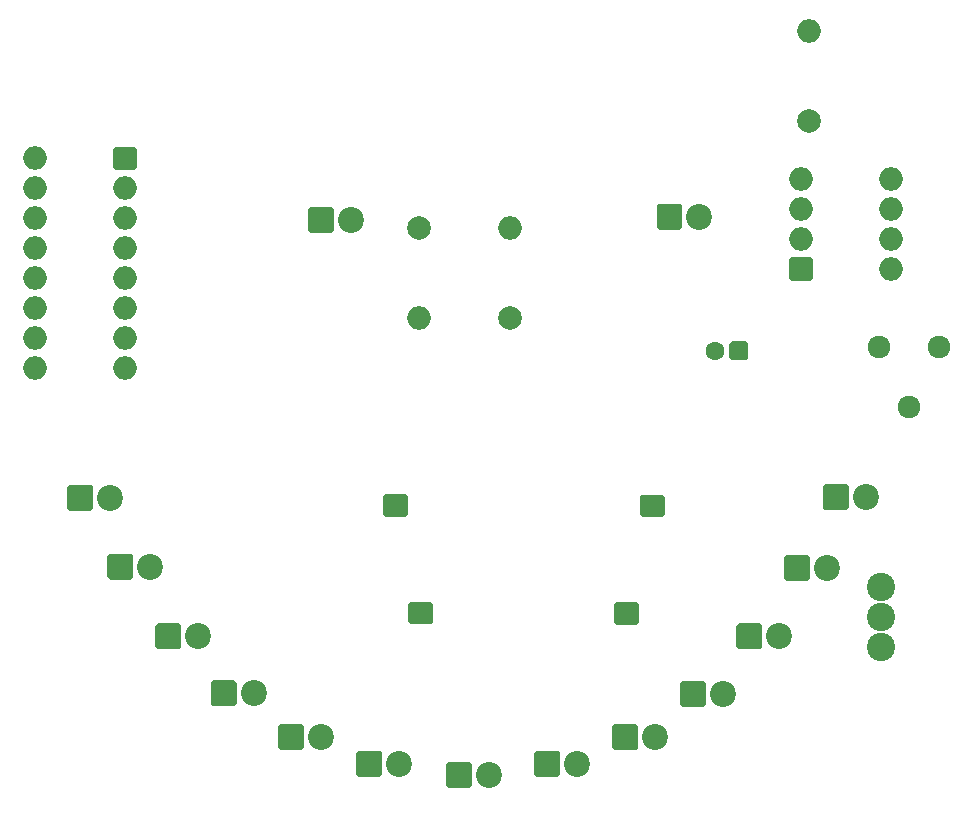
<source format=gbr>
%TF.GenerationSoftware,KiCad,Pcbnew,(5.1.9)-1*%
%TF.CreationDate,2021-05-28T20:42:47+02:00*%
%TF.ProjectId,Smiley2,536d696c-6579-4322-9e6b-696361645f70,rev?*%
%TF.SameCoordinates,Original*%
%TF.FileFunction,Soldermask,Top*%
%TF.FilePolarity,Negative*%
%FSLAX46Y46*%
G04 Gerber Fmt 4.6, Leading zero omitted, Abs format (unit mm)*
G04 Created by KiCad (PCBNEW (5.1.9)-1) date 2021-05-28 20:42:47*
%MOMM*%
%LPD*%
G01*
G04 APERTURE LIST*
%ADD10C,1.924000*%
%ADD11C,1.600000*%
%ADD12C,2.200000*%
%ADD13O,2.000000X2.000000*%
%ADD14C,2.000000*%
%ADD15C,2.400000*%
G04 APERTURE END LIST*
%TO.C,BAT-HLD-002*%
G36*
G01*
X154661400Y-107657700D02*
X154661400Y-109181700D01*
G75*
G02*
X154461400Y-109381700I-200000J0D01*
G01*
X152761400Y-109381700D01*
G75*
G02*
X152561400Y-109181700I0J200000D01*
G01*
X152561400Y-107657700D01*
G75*
G02*
X152761400Y-107457700I200000J0D01*
G01*
X154461400Y-107457700D01*
G75*
G02*
X154661400Y-107657700I0J-200000D01*
G01*
G37*
G36*
G01*
X172101400Y-107697700D02*
X172101400Y-109221700D01*
G75*
G02*
X171901400Y-109421700I-200000J0D01*
G01*
X170201400Y-109421700D01*
G75*
G02*
X170001400Y-109221700I0J200000D01*
G01*
X170001400Y-107697700D01*
G75*
G02*
X170201400Y-107497700I200000J0D01*
G01*
X171901400Y-107497700D01*
G75*
G02*
X172101400Y-107697700I0J-200000D01*
G01*
G37*
G36*
G01*
X152551400Y-98547700D02*
X152551400Y-100071700D01*
G75*
G02*
X152351400Y-100271700I-200000J0D01*
G01*
X150651400Y-100271700D01*
G75*
G02*
X150451400Y-100071700I0J200000D01*
G01*
X150451400Y-98547700D01*
G75*
G02*
X150651400Y-98347700I200000J0D01*
G01*
X152351400Y-98347700D01*
G75*
G02*
X152551400Y-98547700I0J-200000D01*
G01*
G37*
G36*
G01*
X174281400Y-98587700D02*
X174281400Y-100111700D01*
G75*
G02*
X174081400Y-100311700I-200000J0D01*
G01*
X172381400Y-100311700D01*
G75*
G02*
X172181400Y-100111700I0J200000D01*
G01*
X172181400Y-98587700D01*
G75*
G02*
X172381400Y-98387700I200000J0D01*
G01*
X174081400Y-98387700D01*
G75*
G02*
X174281400Y-98587700I0J-200000D01*
G01*
G37*
%TD*%
D10*
%TO.C,REF\u002A\u002A*%
X194957700Y-90944700D03*
X192417700Y-85864700D03*
X197497700Y-85864700D03*
%TD*%
%TO.C,C1*%
G36*
G01*
X181355900Y-85607600D02*
X181355900Y-86807600D01*
G75*
G02*
X181155900Y-87007600I-200000J0D01*
G01*
X179955900Y-87007600D01*
G75*
G02*
X179755900Y-86807600I0J200000D01*
G01*
X179755900Y-85607600D01*
G75*
G02*
X179955900Y-85407600I200000J0D01*
G01*
X181155900Y-85407600D01*
G75*
G02*
X181355900Y-85607600I0J-200000D01*
G01*
G37*
D11*
X178555900Y-86207600D03*
%TD*%
%TO.C,D1*%
G36*
G01*
X155758600Y-123039100D02*
X155758600Y-121239100D01*
G75*
G02*
X155958600Y-121039100I200000J0D01*
G01*
X157758600Y-121039100D01*
G75*
G02*
X157958600Y-121239100I0J-200000D01*
G01*
X157958600Y-123039100D01*
G75*
G02*
X157758600Y-123239100I-200000J0D01*
G01*
X155958600Y-123239100D01*
G75*
G02*
X155758600Y-123039100I0J200000D01*
G01*
G37*
D12*
X159398600Y-122139100D03*
%TD*%
%TO.C,D2*%
X166888600Y-121189100D03*
G36*
G01*
X163248600Y-122089100D02*
X163248600Y-120289100D01*
G75*
G02*
X163448600Y-120089100I200000J0D01*
G01*
X165248600Y-120089100D01*
G75*
G02*
X165448600Y-120289100I0J-200000D01*
G01*
X165448600Y-122089100D01*
G75*
G02*
X165248600Y-122289100I-200000J0D01*
G01*
X163448600Y-122289100D01*
G75*
G02*
X163248600Y-122089100I0J200000D01*
G01*
G37*
%TD*%
%TO.C,D3*%
X173478600Y-118929100D03*
G36*
G01*
X169838600Y-119829100D02*
X169838600Y-118029100D01*
G75*
G02*
X170038600Y-117829100I200000J0D01*
G01*
X171838600Y-117829100D01*
G75*
G02*
X172038600Y-118029100I0J-200000D01*
G01*
X172038600Y-119829100D01*
G75*
G02*
X171838600Y-120029100I-200000J0D01*
G01*
X170038600Y-120029100D01*
G75*
G02*
X169838600Y-119829100I0J200000D01*
G01*
G37*
%TD*%
%TO.C,D4*%
X179208600Y-115279100D03*
G36*
G01*
X175568600Y-116179100D02*
X175568600Y-114379100D01*
G75*
G02*
X175768600Y-114179100I200000J0D01*
G01*
X177568600Y-114179100D01*
G75*
G02*
X177768600Y-114379100I0J-200000D01*
G01*
X177768600Y-116179100D01*
G75*
G02*
X177568600Y-116379100I-200000J0D01*
G01*
X175768600Y-116379100D01*
G75*
G02*
X175568600Y-116179100I0J200000D01*
G01*
G37*
%TD*%
%TO.C,D5*%
G36*
G01*
X180348600Y-111299100D02*
X180348600Y-109499100D01*
G75*
G02*
X180548600Y-109299100I200000J0D01*
G01*
X182348600Y-109299100D01*
G75*
G02*
X182548600Y-109499100I0J-200000D01*
G01*
X182548600Y-111299100D01*
G75*
G02*
X182348600Y-111499100I-200000J0D01*
G01*
X180548600Y-111499100D01*
G75*
G02*
X180348600Y-111299100I0J200000D01*
G01*
G37*
X183988600Y-110399100D03*
%TD*%
%TO.C,D6*%
G36*
G01*
X184376600Y-105492100D02*
X184376600Y-103692100D01*
G75*
G02*
X184576600Y-103492100I200000J0D01*
G01*
X186376600Y-103492100D01*
G75*
G02*
X186576600Y-103692100I0J-200000D01*
G01*
X186576600Y-105492100D01*
G75*
G02*
X186376600Y-105692100I-200000J0D01*
G01*
X184576600Y-105692100D01*
G75*
G02*
X184376600Y-105492100I0J200000D01*
G01*
G37*
X188016600Y-104592100D03*
%TD*%
%TO.C,D7*%
X191298600Y-98623100D03*
G36*
G01*
X187658600Y-99523100D02*
X187658600Y-97723100D01*
G75*
G02*
X187858600Y-97523100I200000J0D01*
G01*
X189658600Y-97523100D01*
G75*
G02*
X189858600Y-97723100I0J-200000D01*
G01*
X189858600Y-99523100D01*
G75*
G02*
X189658600Y-99723100I-200000J0D01*
G01*
X187858600Y-99723100D01*
G75*
G02*
X187658600Y-99523100I0J200000D01*
G01*
G37*
%TD*%
%TO.C,D8*%
X177221600Y-74874100D03*
G36*
G01*
X173581600Y-75774100D02*
X173581600Y-73974100D01*
G75*
G02*
X173781600Y-73774100I200000J0D01*
G01*
X175581600Y-73774100D01*
G75*
G02*
X175781600Y-73974100I0J-200000D01*
G01*
X175781600Y-75774100D01*
G75*
G02*
X175581600Y-75974100I-200000J0D01*
G01*
X173781600Y-75974100D01*
G75*
G02*
X173581600Y-75774100I0J200000D01*
G01*
G37*
%TD*%
%TO.C,D22*%
G36*
G01*
X148178600Y-122089100D02*
X148178600Y-120289100D01*
G75*
G02*
X148378600Y-120089100I200000J0D01*
G01*
X150178600Y-120089100D01*
G75*
G02*
X150378600Y-120289100I0J-200000D01*
G01*
X150378600Y-122089100D01*
G75*
G02*
X150178600Y-122289100I-200000J0D01*
G01*
X148378600Y-122289100D01*
G75*
G02*
X148178600Y-122089100I0J200000D01*
G01*
G37*
X151818600Y-121189100D03*
%TD*%
%TO.C,D33*%
G36*
G01*
X141538600Y-119789100D02*
X141538600Y-117989100D01*
G75*
G02*
X141738600Y-117789100I200000J0D01*
G01*
X143538600Y-117789100D01*
G75*
G02*
X143738600Y-117989100I0J-200000D01*
G01*
X143738600Y-119789100D01*
G75*
G02*
X143538600Y-119989100I-200000J0D01*
G01*
X141738600Y-119989100D01*
G75*
G02*
X141538600Y-119789100I0J200000D01*
G01*
G37*
X145178600Y-118889100D03*
%TD*%
%TO.C,D44*%
G36*
G01*
X135848600Y-116129100D02*
X135848600Y-114329100D01*
G75*
G02*
X136048600Y-114129100I200000J0D01*
G01*
X137848600Y-114129100D01*
G75*
G02*
X138048600Y-114329100I0J-200000D01*
G01*
X138048600Y-116129100D01*
G75*
G02*
X137848600Y-116329100I-200000J0D01*
G01*
X136048600Y-116329100D01*
G75*
G02*
X135848600Y-116129100I0J200000D01*
G01*
G37*
X139488600Y-115229100D03*
%TD*%
%TO.C,D55*%
X134798600Y-110399100D03*
G36*
G01*
X131158600Y-111299100D02*
X131158600Y-109499100D01*
G75*
G02*
X131358600Y-109299100I200000J0D01*
G01*
X133158600Y-109299100D01*
G75*
G02*
X133358600Y-109499100I0J-200000D01*
G01*
X133358600Y-111299100D01*
G75*
G02*
X133158600Y-111499100I-200000J0D01*
G01*
X131358600Y-111499100D01*
G75*
G02*
X131158600Y-111299100I0J200000D01*
G01*
G37*
%TD*%
%TO.C,D66*%
X130738600Y-104489100D03*
G36*
G01*
X127098600Y-105389100D02*
X127098600Y-103589100D01*
G75*
G02*
X127298600Y-103389100I200000J0D01*
G01*
X129098600Y-103389100D01*
G75*
G02*
X129298600Y-103589100I0J-200000D01*
G01*
X129298600Y-105389100D01*
G75*
G02*
X129098600Y-105589100I-200000J0D01*
G01*
X127298600Y-105589100D01*
G75*
G02*
X127098600Y-105389100I0J200000D01*
G01*
G37*
%TD*%
%TO.C,D77*%
G36*
G01*
X123708600Y-99569100D02*
X123708600Y-97769100D01*
G75*
G02*
X123908600Y-97569100I200000J0D01*
G01*
X125708600Y-97569100D01*
G75*
G02*
X125908600Y-97769100I0J-200000D01*
G01*
X125908600Y-99569100D01*
G75*
G02*
X125708600Y-99769100I-200000J0D01*
G01*
X123908600Y-99769100D01*
G75*
G02*
X123708600Y-99569100I0J200000D01*
G01*
G37*
X127348600Y-98669100D03*
%TD*%
%TO.C,D88*%
G36*
G01*
X144048600Y-76039100D02*
X144048600Y-74239100D01*
G75*
G02*
X144248600Y-74039100I200000J0D01*
G01*
X146048600Y-74039100D01*
G75*
G02*
X146248600Y-74239100I0J-200000D01*
G01*
X146248600Y-76039100D01*
G75*
G02*
X146048600Y-76239100I-200000J0D01*
G01*
X144248600Y-76239100D01*
G75*
G02*
X144048600Y-76039100I0J200000D01*
G01*
G37*
X147688600Y-75139100D03*
%TD*%
D13*
%TO.C,R1*%
X186486800Y-59156600D03*
D14*
X186486800Y-66776600D03*
%TD*%
D13*
%TO.C,R2*%
X153508600Y-83479100D03*
D14*
X153508600Y-75859100D03*
%TD*%
%TO.C,R3*%
X161219600Y-83446600D03*
D13*
X161219600Y-75826600D03*
%TD*%
D15*
%TO.C,S1*%
X192588600Y-111299100D03*
X192588600Y-108759100D03*
X192588600Y-106219100D03*
%TD*%
%TO.C,U2*%
G36*
G01*
X184813700Y-80098800D02*
X184813700Y-78498800D01*
G75*
G02*
X185013700Y-78298800I200000J0D01*
G01*
X186613700Y-78298800D01*
G75*
G02*
X186813700Y-78498800I0J-200000D01*
G01*
X186813700Y-80098800D01*
G75*
G02*
X186613700Y-80298800I-200000J0D01*
G01*
X185013700Y-80298800D01*
G75*
G02*
X184813700Y-80098800I0J200000D01*
G01*
G37*
D13*
X193433700Y-71678800D03*
X185813700Y-76758800D03*
X193433700Y-74218800D03*
X185813700Y-74218800D03*
X193433700Y-76758800D03*
X185813700Y-71678800D03*
X193433700Y-79298800D03*
%TD*%
%TO.C,U3*%
G36*
G01*
X129580600Y-69121100D02*
X129580600Y-70721100D01*
G75*
G02*
X129380600Y-70921100I-200000J0D01*
G01*
X127780600Y-70921100D01*
G75*
G02*
X127580600Y-70721100I0J200000D01*
G01*
X127580600Y-69121100D01*
G75*
G02*
X127780600Y-68921100I200000J0D01*
G01*
X129380600Y-68921100D01*
G75*
G02*
X129580600Y-69121100I0J-200000D01*
G01*
G37*
X120960600Y-87701100D03*
X128580600Y-72461100D03*
X120960600Y-85161100D03*
X128580600Y-75001100D03*
X120960600Y-82621100D03*
X128580600Y-77541100D03*
X120960600Y-80081100D03*
X128580600Y-80081100D03*
X120960600Y-77541100D03*
X128580600Y-82621100D03*
X120960600Y-75001100D03*
X128580600Y-85161100D03*
X120960600Y-72461100D03*
X128580600Y-87701100D03*
X120960600Y-69921100D03*
%TD*%
M02*

</source>
